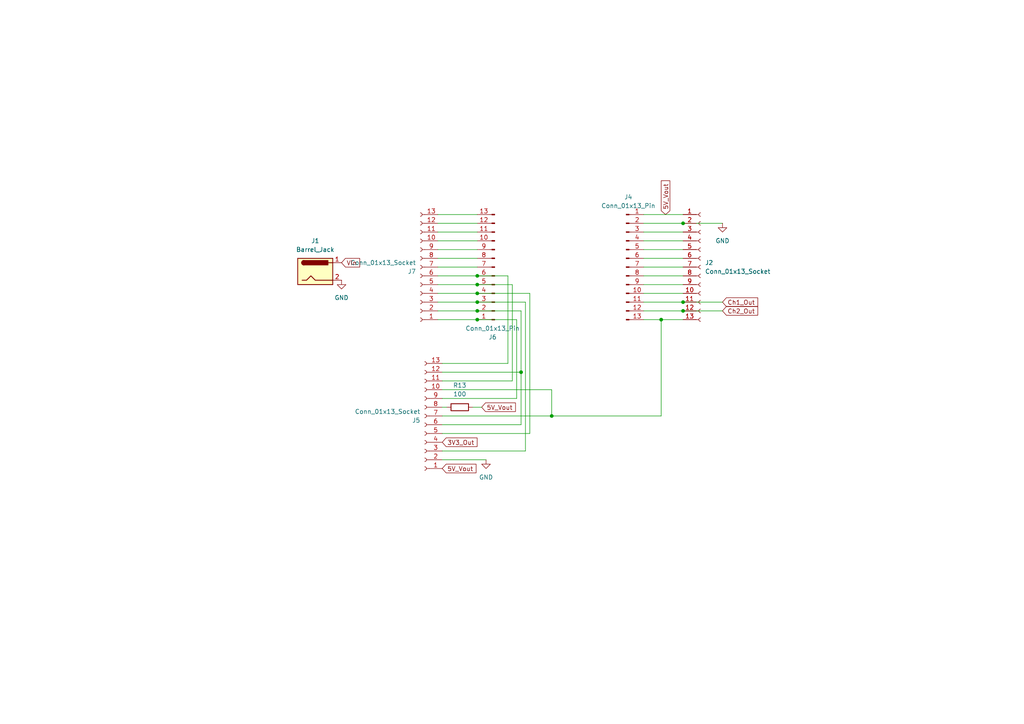
<source format=kicad_sch>
(kicad_sch
	(version 20231120)
	(generator "eeschema")
	(generator_version "8.0")
	(uuid "2b48473d-b946-49e8-931a-f605763a6d81")
	(paper "A4")
	(lib_symbols
		(symbol "Connector:Barrel_Jack"
			(pin_names
				(offset 1.016)
			)
			(exclude_from_sim no)
			(in_bom yes)
			(on_board yes)
			(property "Reference" "J"
				(at 0 5.334 0)
				(effects
					(font
						(size 1.27 1.27)
					)
				)
			)
			(property "Value" "Barrel_Jack"
				(at 0 -5.08 0)
				(effects
					(font
						(size 1.27 1.27)
					)
				)
			)
			(property "Footprint" ""
				(at 1.27 -1.016 0)
				(effects
					(font
						(size 1.27 1.27)
					)
					(hide yes)
				)
			)
			(property "Datasheet" "~"
				(at 1.27 -1.016 0)
				(effects
					(font
						(size 1.27 1.27)
					)
					(hide yes)
				)
			)
			(property "Description" "DC Barrel Jack"
				(at 0 0 0)
				(effects
					(font
						(size 1.27 1.27)
					)
					(hide yes)
				)
			)
			(property "ki_keywords" "DC power barrel jack connector"
				(at 0 0 0)
				(effects
					(font
						(size 1.27 1.27)
					)
					(hide yes)
				)
			)
			(property "ki_fp_filters" "BarrelJack*"
				(at 0 0 0)
				(effects
					(font
						(size 1.27 1.27)
					)
					(hide yes)
				)
			)
			(symbol "Barrel_Jack_0_1"
				(rectangle
					(start -5.08 3.81)
					(end 5.08 -3.81)
					(stroke
						(width 0.254)
						(type default)
					)
					(fill
						(type background)
					)
				)
				(arc
					(start -3.302 3.175)
					(mid -3.9343 2.54)
					(end -3.302 1.905)
					(stroke
						(width 0.254)
						(type default)
					)
					(fill
						(type none)
					)
				)
				(arc
					(start -3.302 3.175)
					(mid -3.9343 2.54)
					(end -3.302 1.905)
					(stroke
						(width 0.254)
						(type default)
					)
					(fill
						(type outline)
					)
				)
				(polyline
					(pts
						(xy 5.08 2.54) (xy 3.81 2.54)
					)
					(stroke
						(width 0.254)
						(type default)
					)
					(fill
						(type none)
					)
				)
				(polyline
					(pts
						(xy -3.81 -2.54) (xy -2.54 -2.54) (xy -1.27 -1.27) (xy 0 -2.54) (xy 2.54 -2.54) (xy 5.08 -2.54)
					)
					(stroke
						(width 0.254)
						(type default)
					)
					(fill
						(type none)
					)
				)
				(rectangle
					(start 3.683 3.175)
					(end -3.302 1.905)
					(stroke
						(width 0.254)
						(type default)
					)
					(fill
						(type outline)
					)
				)
			)
			(symbol "Barrel_Jack_1_1"
				(pin passive line
					(at 7.62 2.54 180)
					(length 2.54)
					(name "~"
						(effects
							(font
								(size 1.27 1.27)
							)
						)
					)
					(number "1"
						(effects
							(font
								(size 1.27 1.27)
							)
						)
					)
				)
				(pin passive line
					(at 7.62 -2.54 180)
					(length 2.54)
					(name "~"
						(effects
							(font
								(size 1.27 1.27)
							)
						)
					)
					(number "2"
						(effects
							(font
								(size 1.27 1.27)
							)
						)
					)
				)
			)
		)
		(symbol "Connector:Conn_01x13_Pin"
			(pin_names
				(offset 1.016) hide)
			(exclude_from_sim no)
			(in_bom yes)
			(on_board yes)
			(property "Reference" "J"
				(at 0 17.78 0)
				(effects
					(font
						(size 1.27 1.27)
					)
				)
			)
			(property "Value" "Conn_01x13_Pin"
				(at 0 -17.78 0)
				(effects
					(font
						(size 1.27 1.27)
					)
				)
			)
			(property "Footprint" ""
				(at 0 0 0)
				(effects
					(font
						(size 1.27 1.27)
					)
					(hide yes)
				)
			)
			(property "Datasheet" "~"
				(at 0 0 0)
				(effects
					(font
						(size 1.27 1.27)
					)
					(hide yes)
				)
			)
			(property "Description" "Generic connector, single row, 01x13, script generated"
				(at 0 0 0)
				(effects
					(font
						(size 1.27 1.27)
					)
					(hide yes)
				)
			)
			(property "ki_locked" ""
				(at 0 0 0)
				(effects
					(font
						(size 1.27 1.27)
					)
				)
			)
			(property "ki_keywords" "connector"
				(at 0 0 0)
				(effects
					(font
						(size 1.27 1.27)
					)
					(hide yes)
				)
			)
			(property "ki_fp_filters" "Connector*:*_1x??_*"
				(at 0 0 0)
				(effects
					(font
						(size 1.27 1.27)
					)
					(hide yes)
				)
			)
			(symbol "Conn_01x13_Pin_1_1"
				(polyline
					(pts
						(xy 1.27 -15.24) (xy 0.8636 -15.24)
					)
					(stroke
						(width 0.1524)
						(type default)
					)
					(fill
						(type none)
					)
				)
				(polyline
					(pts
						(xy 1.27 -12.7) (xy 0.8636 -12.7)
					)
					(stroke
						(width 0.1524)
						(type default)
					)
					(fill
						(type none)
					)
				)
				(polyline
					(pts
						(xy 1.27 -10.16) (xy 0.8636 -10.16)
					)
					(stroke
						(width 0.1524)
						(type default)
					)
					(fill
						(type none)
					)
				)
				(polyline
					(pts
						(xy 1.27 -7.62) (xy 0.8636 -7.62)
					)
					(stroke
						(width 0.1524)
						(type default)
					)
					(fill
						(type none)
					)
				)
				(polyline
					(pts
						(xy 1.27 -5.08) (xy 0.8636 -5.08)
					)
					(stroke
						(width 0.1524)
						(type default)
					)
					(fill
						(type none)
					)
				)
				(polyline
					(pts
						(xy 1.27 -2.54) (xy 0.8636 -2.54)
					)
					(stroke
						(width 0.1524)
						(type default)
					)
					(fill
						(type none)
					)
				)
				(polyline
					(pts
						(xy 1.27 0) (xy 0.8636 0)
					)
					(stroke
						(width 0.1524)
						(type default)
					)
					(fill
						(type none)
					)
				)
				(polyline
					(pts
						(xy 1.27 2.54) (xy 0.8636 2.54)
					)
					(stroke
						(width 0.1524)
						(type default)
					)
					(fill
						(type none)
					)
				)
				(polyline
					(pts
						(xy 1.27 5.08) (xy 0.8636 5.08)
					)
					(stroke
						(width 0.1524)
						(type default)
					)
					(fill
						(type none)
					)
				)
				(polyline
					(pts
						(xy 1.27 7.62) (xy 0.8636 7.62)
					)
					(stroke
						(width 0.1524)
						(type default)
					)
					(fill
						(type none)
					)
				)
				(polyline
					(pts
						(xy 1.27 10.16) (xy 0.8636 10.16)
					)
					(stroke
						(width 0.1524)
						(type default)
					)
					(fill
						(type none)
					)
				)
				(polyline
					(pts
						(xy 1.27 12.7) (xy 0.8636 12.7)
					)
					(stroke
						(width 0.1524)
						(type default)
					)
					(fill
						(type none)
					)
				)
				(polyline
					(pts
						(xy 1.27 15.24) (xy 0.8636 15.24)
					)
					(stroke
						(width 0.1524)
						(type default)
					)
					(fill
						(type none)
					)
				)
				(rectangle
					(start 0.8636 -15.113)
					(end 0 -15.367)
					(stroke
						(width 0.1524)
						(type default)
					)
					(fill
						(type outline)
					)
				)
				(rectangle
					(start 0.8636 -12.573)
					(end 0 -12.827)
					(stroke
						(width 0.1524)
						(type default)
					)
					(fill
						(type outline)
					)
				)
				(rectangle
					(start 0.8636 -10.033)
					(end 0 -10.287)
					(stroke
						(width 0.1524)
						(type default)
					)
					(fill
						(type outline)
					)
				)
				(rectangle
					(start 0.8636 -7.493)
					(end 0 -7.747)
					(stroke
						(width 0.1524)
						(type default)
					)
					(fill
						(type outline)
					)
				)
				(rectangle
					(start 0.8636 -4.953)
					(end 0 -5.207)
					(stroke
						(width 0.1524)
						(type default)
					)
					(fill
						(type outline)
					)
				)
				(rectangle
					(start 0.8636 -2.413)
					(end 0 -2.667)
					(stroke
						(width 0.1524)
						(type default)
					)
					(fill
						(type outline)
					)
				)
				(rectangle
					(start 0.8636 0.127)
					(end 0 -0.127)
					(stroke
						(width 0.1524)
						(type default)
					)
					(fill
						(type outline)
					)
				)
				(rectangle
					(start 0.8636 2.667)
					(end 0 2.413)
					(stroke
						(width 0.1524)
						(type default)
					)
					(fill
						(type outline)
					)
				)
				(rectangle
					(start 0.8636 5.207)
					(end 0 4.953)
					(stroke
						(width 0.1524)
						(type default)
					)
					(fill
						(type outline)
					)
				)
				(rectangle
					(start 0.8636 7.747)
					(end 0 7.493)
					(stroke
						(width 0.1524)
						(type default)
					)
					(fill
						(type outline)
					)
				)
				(rectangle
					(start 0.8636 10.287)
					(end 0 10.033)
					(stroke
						(width 0.1524)
						(type default)
					)
					(fill
						(type outline)
					)
				)
				(rectangle
					(start 0.8636 12.827)
					(end 0 12.573)
					(stroke
						(width 0.1524)
						(type default)
					)
					(fill
						(type outline)
					)
				)
				(rectangle
					(start 0.8636 15.367)
					(end 0 15.113)
					(stroke
						(width 0.1524)
						(type default)
					)
					(fill
						(type outline)
					)
				)
				(pin passive line
					(at 5.08 15.24 180)
					(length 3.81)
					(name "Pin_1"
						(effects
							(font
								(size 1.27 1.27)
							)
						)
					)
					(number "1"
						(effects
							(font
								(size 1.27 1.27)
							)
						)
					)
				)
				(pin passive line
					(at 5.08 -7.62 180)
					(length 3.81)
					(name "Pin_10"
						(effects
							(font
								(size 1.27 1.27)
							)
						)
					)
					(number "10"
						(effects
							(font
								(size 1.27 1.27)
							)
						)
					)
				)
				(pin passive line
					(at 5.08 -10.16 180)
					(length 3.81)
					(name "Pin_11"
						(effects
							(font
								(size 1.27 1.27)
							)
						)
					)
					(number "11"
						(effects
							(font
								(size 1.27 1.27)
							)
						)
					)
				)
				(pin passive line
					(at 5.08 -12.7 180)
					(length 3.81)
					(name "Pin_12"
						(effects
							(font
								(size 1.27 1.27)
							)
						)
					)
					(number "12"
						(effects
							(font
								(size 1.27 1.27)
							)
						)
					)
				)
				(pin passive line
					(at 5.08 -15.24 180)
					(length 3.81)
					(name "Pin_13"
						(effects
							(font
								(size 1.27 1.27)
							)
						)
					)
					(number "13"
						(effects
							(font
								(size 1.27 1.27)
							)
						)
					)
				)
				(pin passive line
					(at 5.08 12.7 180)
					(length 3.81)
					(name "Pin_2"
						(effects
							(font
								(size 1.27 1.27)
							)
						)
					)
					(number "2"
						(effects
							(font
								(size 1.27 1.27)
							)
						)
					)
				)
				(pin passive line
					(at 5.08 10.16 180)
					(length 3.81)
					(name "Pin_3"
						(effects
							(font
								(size 1.27 1.27)
							)
						)
					)
					(number "3"
						(effects
							(font
								(size 1.27 1.27)
							)
						)
					)
				)
				(pin passive line
					(at 5.08 7.62 180)
					(length 3.81)
					(name "Pin_4"
						(effects
							(font
								(size 1.27 1.27)
							)
						)
					)
					(number "4"
						(effects
							(font
								(size 1.27 1.27)
							)
						)
					)
				)
				(pin passive line
					(at 5.08 5.08 180)
					(length 3.81)
					(name "Pin_5"
						(effects
							(font
								(size 1.27 1.27)
							)
						)
					)
					(number "5"
						(effects
							(font
								(size 1.27 1.27)
							)
						)
					)
				)
				(pin passive line
					(at 5.08 2.54 180)
					(length 3.81)
					(name "Pin_6"
						(effects
							(font
								(size 1.27 1.27)
							)
						)
					)
					(number "6"
						(effects
							(font
								(size 1.27 1.27)
							)
						)
					)
				)
				(pin passive line
					(at 5.08 0 180)
					(length 3.81)
					(name "Pin_7"
						(effects
							(font
								(size 1.27 1.27)
							)
						)
					)
					(number "7"
						(effects
							(font
								(size 1.27 1.27)
							)
						)
					)
				)
				(pin passive line
					(at 5.08 -2.54 180)
					(length 3.81)
					(name "Pin_8"
						(effects
							(font
								(size 1.27 1.27)
							)
						)
					)
					(number "8"
						(effects
							(font
								(size 1.27 1.27)
							)
						)
					)
				)
				(pin passive line
					(at 5.08 -5.08 180)
					(length 3.81)
					(name "Pin_9"
						(effects
							(font
								(size 1.27 1.27)
							)
						)
					)
					(number "9"
						(effects
							(font
								(size 1.27 1.27)
							)
						)
					)
				)
			)
		)
		(symbol "Connector:Conn_01x13_Socket"
			(pin_names
				(offset 1.016) hide)
			(exclude_from_sim no)
			(in_bom yes)
			(on_board yes)
			(property "Reference" "J"
				(at 0 17.78 0)
				(effects
					(font
						(size 1.27 1.27)
					)
				)
			)
			(property "Value" "Conn_01x13_Socket"
				(at 0 -17.78 0)
				(effects
					(font
						(size 1.27 1.27)
					)
				)
			)
			(property "Footprint" ""
				(at 0 0 0)
				(effects
					(font
						(size 1.27 1.27)
					)
					(hide yes)
				)
			)
			(property "Datasheet" "~"
				(at 0 0 0)
				(effects
					(font
						(size 1.27 1.27)
					)
					(hide yes)
				)
			)
			(property "Description" "Generic connector, single row, 01x13, script generated"
				(at 0 0 0)
				(effects
					(font
						(size 1.27 1.27)
					)
					(hide yes)
				)
			)
			(property "ki_locked" ""
				(at 0 0 0)
				(effects
					(font
						(size 1.27 1.27)
					)
				)
			)
			(property "ki_keywords" "connector"
				(at 0 0 0)
				(effects
					(font
						(size 1.27 1.27)
					)
					(hide yes)
				)
			)
			(property "ki_fp_filters" "Connector*:*_1x??_*"
				(at 0 0 0)
				(effects
					(font
						(size 1.27 1.27)
					)
					(hide yes)
				)
			)
			(symbol "Conn_01x13_Socket_1_1"
				(arc
					(start 0 -14.732)
					(mid -0.5058 -15.24)
					(end 0 -15.748)
					(stroke
						(width 0.1524)
						(type default)
					)
					(fill
						(type none)
					)
				)
				(arc
					(start 0 -12.192)
					(mid -0.5058 -12.7)
					(end 0 -13.208)
					(stroke
						(width 0.1524)
						(type default)
					)
					(fill
						(type none)
					)
				)
				(arc
					(start 0 -9.652)
					(mid -0.5058 -10.16)
					(end 0 -10.668)
					(stroke
						(width 0.1524)
						(type default)
					)
					(fill
						(type none)
					)
				)
				(arc
					(start 0 -7.112)
					(mid -0.5058 -7.62)
					(end 0 -8.128)
					(stroke
						(width 0.1524)
						(type default)
					)
					(fill
						(type none)
					)
				)
				(arc
					(start 0 -4.572)
					(mid -0.5058 -5.08)
					(end 0 -5.588)
					(stroke
						(width 0.1524)
						(type default)
					)
					(fill
						(type none)
					)
				)
				(arc
					(start 0 -2.032)
					(mid -0.5058 -2.54)
					(end 0 -3.048)
					(stroke
						(width 0.1524)
						(type default)
					)
					(fill
						(type none)
					)
				)
				(polyline
					(pts
						(xy -1.27 -15.24) (xy -0.508 -15.24)
					)
					(stroke
						(width 0.1524)
						(type default)
					)
					(fill
						(type none)
					)
				)
				(polyline
					(pts
						(xy -1.27 -12.7) (xy -0.508 -12.7)
					)
					(stroke
						(width 0.1524)
						(type default)
					)
					(fill
						(type none)
					)
				)
				(polyline
					(pts
						(xy -1.27 -10.16) (xy -0.508 -10.16)
					)
					(stroke
						(width 0.1524)
						(type default)
					)
					(fill
						(type none)
					)
				)
				(polyline
					(pts
						(xy -1.27 -7.62) (xy -0.508 -7.62)
					)
					(stroke
						(width 0.1524)
						(type default)
					)
					(fill
						(type none)
					)
				)
				(polyline
					(pts
						(xy -1.27 -5.08) (xy -0.508 -5.08)
					)
					(stroke
						(width 0.1524)
						(type default)
					)
					(fill
						(type none)
					)
				)
				(polyline
					(pts
						(xy -1.27 -2.54) (xy -0.508 -2.54)
					)
					(stroke
						(width 0.1524)
						(type default)
					)
					(fill
						(type none)
					)
				)
				(polyline
					(pts
						(xy -1.27 0) (xy -0.508 0)
					)
					(stroke
						(width 0.1524)
						(type default)
					)
					(fill
						(type none)
					)
				)
				(polyline
					(pts
						(xy -1.27 2.54) (xy -0.508 2.54)
					)
					(stroke
						(width 0.1524)
						(type default)
					)
					(fill
						(type none)
					)
				)
				(polyline
					(pts
						(xy -1.27 5.08) (xy -0.508 5.08)
					)
					(stroke
						(width 0.1524)
						(type default)
					)
					(fill
						(type none)
					)
				)
				(polyline
					(pts
						(xy -1.27 7.62) (xy -0.508 7.62)
					)
					(stroke
						(width 0.1524)
						(type default)
					)
					(fill
						(type none)
					)
				)
				(polyline
					(pts
						(xy -1.27 10.16) (xy -0.508 10.16)
					)
					(stroke
						(width 0.1524)
						(type default)
					)
					(fill
						(type none)
					)
				)
				(polyline
					(pts
						(xy -1.27 12.7) (xy -0.508 12.7)
					)
					(stroke
						(width 0.1524)
						(type default)
					)
					(fill
						(type none)
					)
				)
				(polyline
					(pts
						(xy -1.27 15.24) (xy -0.508 15.24)
					)
					(stroke
						(width 0.1524)
						(type default)
					)
					(fill
						(type none)
					)
				)
				(arc
					(start 0 0.508)
					(mid -0.5058 0)
					(end 0 -0.508)
					(stroke
						(width 0.1524)
						(type default)
					)
					(fill
						(type none)
					)
				)
				(arc
					(start 0 3.048)
					(mid -0.5058 2.54)
					(end 0 2.032)
					(stroke
						(width 0.1524)
						(type default)
					)
					(fill
						(type none)
					)
				)
				(arc
					(start 0 5.588)
					(mid -0.5058 5.08)
					(end 0 4.572)
					(stroke
						(width 0.1524)
						(type default)
					)
					(fill
						(type none)
					)
				)
				(arc
					(start 0 8.128)
					(mid -0.5058 7.62)
					(end 0 7.112)
					(stroke
						(width 0.1524)
						(type default)
					)
					(fill
						(type none)
					)
				)
				(arc
					(start 0 10.668)
					(mid -0.5058 10.16)
					(end 0 9.652)
					(stroke
						(width 0.1524)
						(type default)
					)
					(fill
						(type none)
					)
				)
				(arc
					(start 0 13.208)
					(mid -0.5058 12.7)
					(end 0 12.192)
					(stroke
						(width 0.1524)
						(type default)
					)
					(fill
						(type none)
					)
				)
				(arc
					(start 0 15.748)
					(mid -0.5058 15.24)
					(end 0 14.732)
					(stroke
						(width 0.1524)
						(type default)
					)
					(fill
						(type none)
					)
				)
				(pin passive line
					(at -5.08 15.24 0)
					(length 3.81)
					(name "Pin_1"
						(effects
							(font
								(size 1.27 1.27)
							)
						)
					)
					(number "1"
						(effects
							(font
								(size 1.27 1.27)
							)
						)
					)
				)
				(pin passive line
					(at -5.08 -7.62 0)
					(length 3.81)
					(name "Pin_10"
						(effects
							(font
								(size 1.27 1.27)
							)
						)
					)
					(number "10"
						(effects
							(font
								(size 1.27 1.27)
							)
						)
					)
				)
				(pin passive line
					(at -5.08 -10.16 0)
					(length 3.81)
					(name "Pin_11"
						(effects
							(font
								(size 1.27 1.27)
							)
						)
					)
					(number "11"
						(effects
							(font
								(size 1.27 1.27)
							)
						)
					)
				)
				(pin passive line
					(at -5.08 -12.7 0)
					(length 3.81)
					(name "Pin_12"
						(effects
							(font
								(size 1.27 1.27)
							)
						)
					)
					(number "12"
						(effects
							(font
								(size 1.27 1.27)
							)
						)
					)
				)
				(pin passive line
					(at -5.08 -15.24 0)
					(length 3.81)
					(name "Pin_13"
						(effects
							(font
								(size 1.27 1.27)
							)
						)
					)
					(number "13"
						(effects
							(font
								(size 1.27 1.27)
							)
						)
					)
				)
				(pin passive line
					(at -5.08 12.7 0)
					(length 3.81)
					(name "Pin_2"
						(effects
							(font
								(size 1.27 1.27)
							)
						)
					)
					(number "2"
						(effects
							(font
								(size 1.27 1.27)
							)
						)
					)
				)
				(pin passive line
					(at -5.08 10.16 0)
					(length 3.81)
					(name "Pin_3"
						(effects
							(font
								(size 1.27 1.27)
							)
						)
					)
					(number "3"
						(effects
							(font
								(size 1.27 1.27)
							)
						)
					)
				)
				(pin passive line
					(at -5.08 7.62 0)
					(length 3.81)
					(name "Pin_4"
						(effects
							(font
								(size 1.27 1.27)
							)
						)
					)
					(number "4"
						(effects
							(font
								(size 1.27 1.27)
							)
						)
					)
				)
				(pin passive line
					(at -5.08 5.08 0)
					(length 3.81)
					(name "Pin_5"
						(effects
							(font
								(size 1.27 1.27)
							)
						)
					)
					(number "5"
						(effects
							(font
								(size 1.27 1.27)
							)
						)
					)
				)
				(pin passive line
					(at -5.08 2.54 0)
					(length 3.81)
					(name "Pin_6"
						(effects
							(font
								(size 1.27 1.27)
							)
						)
					)
					(number "6"
						(effects
							(font
								(size 1.27 1.27)
							)
						)
					)
				)
				(pin passive line
					(at -5.08 0 0)
					(length 3.81)
					(name "Pin_7"
						(effects
							(font
								(size 1.27 1.27)
							)
						)
					)
					(number "7"
						(effects
							(font
								(size 1.27 1.27)
							)
						)
					)
				)
				(pin passive line
					(at -5.08 -2.54 0)
					(length 3.81)
					(name "Pin_8"
						(effects
							(font
								(size 1.27 1.27)
							)
						)
					)
					(number "8"
						(effects
							(font
								(size 1.27 1.27)
							)
						)
					)
				)
				(pin passive line
					(at -5.08 -5.08 0)
					(length 3.81)
					(name "Pin_9"
						(effects
							(font
								(size 1.27 1.27)
							)
						)
					)
					(number "9"
						(effects
							(font
								(size 1.27 1.27)
							)
						)
					)
				)
			)
		)
		(symbol "Device:R"
			(pin_numbers hide)
			(pin_names
				(offset 0)
			)
			(exclude_from_sim no)
			(in_bom yes)
			(on_board yes)
			(property "Reference" "R"
				(at 2.032 0 90)
				(effects
					(font
						(size 1.27 1.27)
					)
				)
			)
			(property "Value" "R"
				(at 0 0 90)
				(effects
					(font
						(size 1.27 1.27)
					)
				)
			)
			(property "Footprint" ""
				(at -1.778 0 90)
				(effects
					(font
						(size 1.27 1.27)
					)
					(hide yes)
				)
			)
			(property "Datasheet" "~"
				(at 0 0 0)
				(effects
					(font
						(size 1.27 1.27)
					)
					(hide yes)
				)
			)
			(property "Description" "Resistor"
				(at 0 0 0)
				(effects
					(font
						(size 1.27 1.27)
					)
					(hide yes)
				)
			)
			(property "ki_keywords" "R res resistor"
				(at 0 0 0)
				(effects
					(font
						(size 1.27 1.27)
					)
					(hide yes)
				)
			)
			(property "ki_fp_filters" "R_*"
				(at 0 0 0)
				(effects
					(font
						(size 1.27 1.27)
					)
					(hide yes)
				)
			)
			(symbol "R_0_1"
				(rectangle
					(start -1.016 -2.54)
					(end 1.016 2.54)
					(stroke
						(width 0.254)
						(type default)
					)
					(fill
						(type none)
					)
				)
			)
			(symbol "R_1_1"
				(pin passive line
					(at 0 3.81 270)
					(length 1.27)
					(name "~"
						(effects
							(font
								(size 1.27 1.27)
							)
						)
					)
					(number "1"
						(effects
							(font
								(size 1.27 1.27)
							)
						)
					)
				)
				(pin passive line
					(at 0 -3.81 90)
					(length 1.27)
					(name "~"
						(effects
							(font
								(size 1.27 1.27)
							)
						)
					)
					(number "2"
						(effects
							(font
								(size 1.27 1.27)
							)
						)
					)
				)
			)
		)
		(symbol "power:GND"
			(power)
			(pin_numbers hide)
			(pin_names
				(offset 0) hide)
			(exclude_from_sim no)
			(in_bom yes)
			(on_board yes)
			(property "Reference" "#PWR"
				(at 0 -6.35 0)
				(effects
					(font
						(size 1.27 1.27)
					)
					(hide yes)
				)
			)
			(property "Value" "GND"
				(at 0 -3.81 0)
				(effects
					(font
						(size 1.27 1.27)
					)
				)
			)
			(property "Footprint" ""
				(at 0 0 0)
				(effects
					(font
						(size 1.27 1.27)
					)
					(hide yes)
				)
			)
			(property "Datasheet" ""
				(at 0 0 0)
				(effects
					(font
						(size 1.27 1.27)
					)
					(hide yes)
				)
			)
			(property "Description" "Power symbol creates a global label with name \"GND\" , ground"
				(at 0 0 0)
				(effects
					(font
						(size 1.27 1.27)
					)
					(hide yes)
				)
			)
			(property "ki_keywords" "global power"
				(at 0 0 0)
				(effects
					(font
						(size 1.27 1.27)
					)
					(hide yes)
				)
			)
			(symbol "GND_0_1"
				(polyline
					(pts
						(xy 0 0) (xy 0 -1.27) (xy 1.27 -1.27) (xy 0 -2.54) (xy -1.27 -1.27) (xy 0 -1.27)
					)
					(stroke
						(width 0)
						(type default)
					)
					(fill
						(type none)
					)
				)
			)
			(symbol "GND_1_1"
				(pin power_in line
					(at 0 0 270)
					(length 0)
					(name "~"
						(effects
							(font
								(size 1.27 1.27)
							)
						)
					)
					(number "1"
						(effects
							(font
								(size 1.27 1.27)
							)
						)
					)
				)
			)
		)
	)
	(junction
		(at 138.43 87.63)
		(diameter 0)
		(color 0 0 0 0)
		(uuid "03572d06-3ffa-42d4-8e75-54ca01a285e4")
	)
	(junction
		(at 151.13 107.95)
		(diameter 0)
		(color 0 0 0 0)
		(uuid "375ae8c6-19c1-40a8-b08d-8301e8843c44")
	)
	(junction
		(at 191.77 92.71)
		(diameter 0)
		(color 0 0 0 0)
		(uuid "3de00761-049b-4170-87d5-153328fd09c0")
	)
	(junction
		(at 138.43 85.09)
		(diameter 0)
		(color 0 0 0 0)
		(uuid "4465f3f3-7a42-4bf8-87d9-ab356dd900c5")
	)
	(junction
		(at 138.43 82.55)
		(diameter 0)
		(color 0 0 0 0)
		(uuid "5cae3fea-0624-40a2-831f-5f993f758cd6")
	)
	(junction
		(at 138.43 92.71)
		(diameter 0)
		(color 0 0 0 0)
		(uuid "6b0cba00-7f45-4deb-9077-dc5cbfc9abe4")
	)
	(junction
		(at 198.12 90.17)
		(diameter 0)
		(color 0 0 0 0)
		(uuid "72900d5d-b4ff-41e8-ab86-7b0d1492c98f")
	)
	(junction
		(at 160.02 120.65)
		(diameter 0)
		(color 0 0 0 0)
		(uuid "86f45403-01b6-4c0c-8399-e9d8cf5e2196")
	)
	(junction
		(at 138.43 90.17)
		(diameter 0)
		(color 0 0 0 0)
		(uuid "89d52eea-4503-409e-bdd8-cd3bf7a13f48")
	)
	(junction
		(at 198.12 87.63)
		(diameter 0)
		(color 0 0 0 0)
		(uuid "95e961aa-41bb-4bb8-b00a-92b0f2177a41")
	)
	(junction
		(at 198.12 64.77)
		(diameter 0)
		(color 0 0 0 0)
		(uuid "973bc007-5f8d-4986-a007-3f7a1b37eb27")
	)
	(junction
		(at 138.43 80.01)
		(diameter 0)
		(color 0 0 0 0)
		(uuid "c2ae7bc1-7b75-4427-92cd-29d81adc53c7")
	)
	(wire
		(pts
			(xy 138.43 85.09) (xy 153.67 85.09)
		)
		(stroke
			(width 0)
			(type default)
		)
		(uuid "0181bbbe-252f-473c-8ef3-21a19ce18e96")
	)
	(wire
		(pts
			(xy 149.86 115.57) (xy 149.86 92.71)
		)
		(stroke
			(width 0)
			(type default)
		)
		(uuid "08d88f40-6bf0-4af6-906e-a94167560b4c")
	)
	(wire
		(pts
			(xy 128.27 107.95) (xy 151.13 107.95)
		)
		(stroke
			(width 0)
			(type default)
		)
		(uuid "0adaa91f-daf4-49ce-ad7c-dc697147d6e7")
	)
	(wire
		(pts
			(xy 186.69 80.01) (xy 198.12 80.01)
		)
		(stroke
			(width 0)
			(type default)
		)
		(uuid "1358dc58-ef9b-4b25-8a4c-4ac1ae87a4be")
	)
	(wire
		(pts
			(xy 137.16 118.11) (xy 139.7 118.11)
		)
		(stroke
			(width 0)
			(type default)
		)
		(uuid "1419700a-c4e4-4252-9a28-a6dcb402fab1")
	)
	(wire
		(pts
			(xy 138.43 69.85) (xy 127 69.85)
		)
		(stroke
			(width 0)
			(type default)
		)
		(uuid "15647e3b-1d8e-481a-a0b6-cdf226a2ea9f")
	)
	(wire
		(pts
			(xy 148.59 110.49) (xy 148.59 82.55)
		)
		(stroke
			(width 0)
			(type default)
		)
		(uuid "19606888-b474-4f47-87e0-ac0f1c86d9b7")
	)
	(wire
		(pts
			(xy 186.69 92.71) (xy 191.77 92.71)
		)
		(stroke
			(width 0)
			(type default)
		)
		(uuid "1d6b41db-e37d-4c87-8ac5-001b71ea37d3")
	)
	(wire
		(pts
			(xy 186.69 90.17) (xy 198.12 90.17)
		)
		(stroke
			(width 0)
			(type default)
		)
		(uuid "2019d89b-fc83-418a-b672-4af4f262358e")
	)
	(wire
		(pts
			(xy 138.43 87.63) (xy 152.4 87.63)
		)
		(stroke
			(width 0)
			(type default)
		)
		(uuid "224cf14f-5013-41ec-987d-2cbc3ef54f97")
	)
	(wire
		(pts
			(xy 186.69 77.47) (xy 198.12 77.47)
		)
		(stroke
			(width 0)
			(type default)
		)
		(uuid "22904e2d-3aca-4a38-8d56-905a80d7116a")
	)
	(wire
		(pts
			(xy 128.27 125.73) (xy 153.67 125.73)
		)
		(stroke
			(width 0)
			(type default)
		)
		(uuid "234f7f41-170a-443c-8339-35d2d3e23f38")
	)
	(wire
		(pts
			(xy 186.69 87.63) (xy 198.12 87.63)
		)
		(stroke
			(width 0)
			(type default)
		)
		(uuid "26417044-c000-4e41-b41d-5b36c5afc0f6")
	)
	(wire
		(pts
			(xy 138.43 77.47) (xy 127 77.47)
		)
		(stroke
			(width 0)
			(type default)
		)
		(uuid "2733f029-b7c5-4558-80b4-73574b5a5a99")
	)
	(wire
		(pts
			(xy 191.77 120.65) (xy 191.77 92.71)
		)
		(stroke
			(width 0)
			(type default)
		)
		(uuid "299d0814-9f37-47f1-8a8f-7300c03fe6e3")
	)
	(wire
		(pts
			(xy 127 80.01) (xy 138.43 80.01)
		)
		(stroke
			(width 0)
			(type default)
		)
		(uuid "2a4ff753-9b24-47b3-890e-1f0b3bec3706")
	)
	(wire
		(pts
			(xy 147.32 105.41) (xy 147.32 80.01)
		)
		(stroke
			(width 0)
			(type default)
		)
		(uuid "2a8a6acf-02bd-4960-8a23-d298c7c7202c")
	)
	(wire
		(pts
			(xy 186.69 72.39) (xy 198.12 72.39)
		)
		(stroke
			(width 0)
			(type default)
		)
		(uuid "300781de-d19b-4153-a120-d4d9622385b6")
	)
	(wire
		(pts
			(xy 186.69 62.23) (xy 198.12 62.23)
		)
		(stroke
			(width 0)
			(type default)
		)
		(uuid "325ed04a-a37c-4877-a08d-d9ddf9c2ad2d")
	)
	(wire
		(pts
			(xy 128.27 113.03) (xy 160.02 113.03)
		)
		(stroke
			(width 0)
			(type default)
		)
		(uuid "3e83235a-2201-4216-a5e9-a21b70951ade")
	)
	(wire
		(pts
			(xy 138.43 67.31) (xy 127 67.31)
		)
		(stroke
			(width 0)
			(type default)
		)
		(uuid "3f76492c-efa3-4015-bf6f-219c21b25b97")
	)
	(wire
		(pts
			(xy 127 92.71) (xy 138.43 92.71)
		)
		(stroke
			(width 0)
			(type default)
		)
		(uuid "46b44b99-e525-4303-b2bf-85c15ebff8f9")
	)
	(wire
		(pts
			(xy 160.02 120.65) (xy 191.77 120.65)
		)
		(stroke
			(width 0)
			(type default)
		)
		(uuid "4c49f635-f3a9-4d33-a3a5-293d803401ab")
	)
	(wire
		(pts
			(xy 128.27 123.19) (xy 151.13 123.19)
		)
		(stroke
			(width 0)
			(type default)
		)
		(uuid "54d49f2c-ddfd-4b1a-a21b-c3ff59878fc4")
	)
	(wire
		(pts
			(xy 138.43 90.17) (xy 127 90.17)
		)
		(stroke
			(width 0)
			(type default)
		)
		(uuid "55e23f1b-d830-481f-a9f0-af560a044552")
	)
	(wire
		(pts
			(xy 186.69 74.93) (xy 198.12 74.93)
		)
		(stroke
			(width 0)
			(type default)
		)
		(uuid "5b4fdbc2-175e-45a3-b523-9bf20edfa45b")
	)
	(wire
		(pts
			(xy 152.4 130.81) (xy 128.27 130.81)
		)
		(stroke
			(width 0)
			(type default)
		)
		(uuid "6082b367-c1b7-42b2-8401-6cca8147f4a5")
	)
	(wire
		(pts
			(xy 148.59 82.55) (xy 138.43 82.55)
		)
		(stroke
			(width 0)
			(type default)
		)
		(uuid "646161e0-9d26-48ee-96d9-6adbf16a4878")
	)
	(wire
		(pts
			(xy 128.27 120.65) (xy 160.02 120.65)
		)
		(stroke
			(width 0)
			(type default)
		)
		(uuid "653800d6-e10b-4a88-aa9c-7fdbfb9d96de")
	)
	(wire
		(pts
			(xy 128.27 110.49) (xy 148.59 110.49)
		)
		(stroke
			(width 0)
			(type default)
		)
		(uuid "661f1082-7abd-4baf-a309-dfc24112061a")
	)
	(wire
		(pts
			(xy 152.4 87.63) (xy 152.4 130.81)
		)
		(stroke
			(width 0)
			(type default)
		)
		(uuid "6710d2a7-cfc2-464c-9008-87b59d2c09dd")
	)
	(wire
		(pts
			(xy 186.69 85.09) (xy 198.12 85.09)
		)
		(stroke
			(width 0)
			(type default)
		)
		(uuid "73a05726-db7a-4482-8adf-4b8edfa01151")
	)
	(wire
		(pts
			(xy 151.13 90.17) (xy 138.43 90.17)
		)
		(stroke
			(width 0)
			(type default)
		)
		(uuid "747dacbb-ab1f-408b-a888-6fb6f4f0324e")
	)
	(wire
		(pts
			(xy 127 85.09) (xy 138.43 85.09)
		)
		(stroke
			(width 0)
			(type default)
		)
		(uuid "7f71a4a6-9ff2-4bdc-b681-e3bb36cb9fa2")
	)
	(wire
		(pts
			(xy 151.13 123.19) (xy 151.13 107.95)
		)
		(stroke
			(width 0)
			(type default)
		)
		(uuid "7f7761c8-2c80-47bf-a453-b238dfa191be")
	)
	(wire
		(pts
			(xy 186.69 69.85) (xy 198.12 69.85)
		)
		(stroke
			(width 0)
			(type default)
		)
		(uuid "7ffab6ec-d692-4a0f-9401-fabfafb98550")
	)
	(wire
		(pts
			(xy 151.13 107.95) (xy 151.13 90.17)
		)
		(stroke
			(width 0)
			(type default)
		)
		(uuid "81d0c61b-48d1-48f4-b7c7-b4b2208d5771")
	)
	(wire
		(pts
			(xy 138.43 62.23) (xy 127 62.23)
		)
		(stroke
			(width 0)
			(type default)
		)
		(uuid "87a6e4a0-fa04-41d5-a1f6-21a3ae07c2b5")
	)
	(wire
		(pts
			(xy 138.43 80.01) (xy 147.32 80.01)
		)
		(stroke
			(width 0)
			(type default)
		)
		(uuid "8ba143df-06ec-4f94-a199-46c771ab5deb")
	)
	(wire
		(pts
			(xy 153.67 125.73) (xy 153.67 85.09)
		)
		(stroke
			(width 0)
			(type default)
		)
		(uuid "8bd33ff0-d2dc-4f0d-ae42-861f7911d587")
	)
	(wire
		(pts
			(xy 138.43 64.77) (xy 127 64.77)
		)
		(stroke
			(width 0)
			(type default)
		)
		(uuid "9f593461-42e2-479e-8d36-f913660b9b13")
	)
	(wire
		(pts
			(xy 198.12 87.63) (xy 209.55 87.63)
		)
		(stroke
			(width 0)
			(type default)
		)
		(uuid "a2d5ff73-4085-4f97-a789-b2aeda5914b4")
	)
	(wire
		(pts
			(xy 128.27 118.11) (xy 129.54 118.11)
		)
		(stroke
			(width 0)
			(type default)
		)
		(uuid "a54804bd-502c-43dd-8d60-dc7c468e367a")
	)
	(wire
		(pts
			(xy 138.43 82.55) (xy 127 82.55)
		)
		(stroke
			(width 0)
			(type default)
		)
		(uuid "a64c2deb-1d03-4187-86b4-e0cef462f2e6")
	)
	(wire
		(pts
			(xy 186.69 82.55) (xy 198.12 82.55)
		)
		(stroke
			(width 0)
			(type default)
		)
		(uuid "ab11a5fe-81f1-4a87-af4c-1dc346243609")
	)
	(wire
		(pts
			(xy 186.69 64.77) (xy 198.12 64.77)
		)
		(stroke
			(width 0)
			(type default)
		)
		(uuid "b2029d3f-c253-4499-b3e8-aa1d4f0c1364")
	)
	(wire
		(pts
			(xy 191.77 92.71) (xy 198.12 92.71)
		)
		(stroke
			(width 0)
			(type default)
		)
		(uuid "b7a8157a-09f4-4751-8222-84bf9f75ecfc")
	)
	(wire
		(pts
			(xy 186.69 67.31) (xy 198.12 67.31)
		)
		(stroke
			(width 0)
			(type default)
		)
		(uuid "bda149d0-85da-468e-be6d-c1175b06f77e")
	)
	(wire
		(pts
			(xy 138.43 72.39) (xy 127 72.39)
		)
		(stroke
			(width 0)
			(type default)
		)
		(uuid "c98dced7-c786-444e-b518-b4768bb3b8bb")
	)
	(wire
		(pts
			(xy 127 87.63) (xy 138.43 87.63)
		)
		(stroke
			(width 0)
			(type default)
		)
		(uuid "cbb9bba2-de0d-4f59-b604-45bdced2625a")
	)
	(wire
		(pts
			(xy 198.12 90.17) (xy 209.55 90.17)
		)
		(stroke
			(width 0)
			(type default)
		)
		(uuid "d1fed807-bc6e-45f8-af91-4674bf8da53a")
	)
	(wire
		(pts
			(xy 138.43 74.93) (xy 127 74.93)
		)
		(stroke
			(width 0)
			(type default)
		)
		(uuid "dc6cc580-e8c2-4a6a-8582-f71975f8ac74")
	)
	(wire
		(pts
			(xy 198.12 64.77) (xy 209.55 64.77)
		)
		(stroke
			(width 0)
			(type default)
		)
		(uuid "e3423223-8416-4c14-b366-cf3386095fd2")
	)
	(wire
		(pts
			(xy 128.27 105.41) (xy 147.32 105.41)
		)
		(stroke
			(width 0)
			(type default)
		)
		(uuid "e975bc31-ed52-4129-a4a2-e1c284dfb52c")
	)
	(wire
		(pts
			(xy 128.27 133.35) (xy 140.97 133.35)
		)
		(stroke
			(width 0)
			(type default)
		)
		(uuid "f00294c0-9555-4cab-bba9-310247fc80ee")
	)
	(wire
		(pts
			(xy 160.02 113.03) (xy 160.02 120.65)
		)
		(stroke
			(width 0)
			(type default)
		)
		(uuid "f36474e0-3743-4c31-bfad-e187c939023b")
	)
	(wire
		(pts
			(xy 128.27 115.57) (xy 149.86 115.57)
		)
		(stroke
			(width 0)
			(type default)
		)
		(uuid "f5fe4233-3e92-4164-a27a-17543454a00b")
	)
	(wire
		(pts
			(xy 138.43 92.71) (xy 149.86 92.71)
		)
		(stroke
			(width 0)
			(type default)
		)
		(uuid "fb8749ff-df8e-4023-8bd0-a0e9f2fe10b4")
	)
	(global_label "5V_Vout"
		(shape input)
		(at 139.7 118.11 0)
		(fields_autoplaced yes)
		(effects
			(font
				(size 1.27 1.27)
			)
			(justify left)
		)
		(uuid "0d3d99e7-8446-44d6-b6d0-adf6a1a2f907")
		(property "Intersheetrefs" "${INTERSHEET_REFS}"
			(at 150.0632 118.11 0)
			(effects
				(font
					(size 1.27 1.27)
				)
				(justify left)
				(hide yes)
			)
		)
	)
	(global_label "5V_Vout"
		(shape input)
		(at 128.27 135.89 0)
		(fields_autoplaced yes)
		(effects
			(font
				(size 1.27 1.27)
			)
			(justify left)
		)
		(uuid "227ecdbd-e183-4de9-98fc-340628d6e93e")
		(property "Intersheetrefs" "${INTERSHEET_REFS}"
			(at 138.6332 135.89 0)
			(effects
				(font
					(size 1.27 1.27)
				)
				(justify left)
				(hide yes)
			)
		)
	)
	(global_label "3V3_Out"
		(shape input)
		(at 128.27 128.27 0)
		(fields_autoplaced yes)
		(effects
			(font
				(size 1.27 1.27)
			)
			(justify left)
		)
		(uuid "62bb74eb-fd77-4e4f-9ca5-87a202ab7ea7")
		(property "Intersheetrefs" "${INTERSHEET_REFS}"
			(at 138.9356 128.27 0)
			(effects
				(font
					(size 1.27 1.27)
				)
				(justify left)
				(hide yes)
			)
		)
	)
	(global_label "Vin"
		(shape input)
		(at 99.06 76.2 0)
		(fields_autoplaced yes)
		(effects
			(font
				(size 1.27 1.27)
			)
			(justify left)
		)
		(uuid "acdc12a7-45cf-4606-83eb-0c329be52573")
		(property "Intersheetrefs" "${INTERSHEET_REFS}"
			(at 104.8876 76.2 0)
			(effects
				(font
					(size 1.27 1.27)
				)
				(justify left)
				(hide yes)
			)
		)
	)
	(global_label "Ch1_Out"
		(shape input)
		(at 209.55 87.63 0)
		(fields_autoplaced yes)
		(effects
			(font
				(size 1.27 1.27)
			)
			(justify left)
		)
		(uuid "c5e6f031-ba6e-494c-9128-a5c80a1ac5cb")
		(property "Intersheetrefs" "${INTERSHEET_REFS}"
			(at 220.3365 87.63 0)
			(effects
				(font
					(size 1.27 1.27)
				)
				(justify left)
				(hide yes)
			)
		)
	)
	(global_label "Ch2_Out"
		(shape input)
		(at 209.55 90.17 0)
		(fields_autoplaced yes)
		(effects
			(font
				(size 1.27 1.27)
			)
			(justify left)
		)
		(uuid "f59de51d-dc87-49be-a764-b578b03ea5c7")
		(property "Intersheetrefs" "${INTERSHEET_REFS}"
			(at 220.3365 90.17 0)
			(effects
				(font
					(size 1.27 1.27)
				)
				(justify left)
				(hide yes)
			)
		)
	)
	(global_label "5V_Vout"
		(shape input)
		(at 193.04 62.23 90)
		(fields_autoplaced yes)
		(effects
			(font
				(size 1.27 1.27)
			)
			(justify left)
		)
		(uuid "fcb33261-e023-44c9-86af-25da42a26c98")
		(property "Intersheetrefs" "${INTERSHEET_REFS}"
			(at 193.04 51.8668 90)
			(effects
				(font
					(size 1.27 1.27)
				)
				(justify left)
				(hide yes)
			)
		)
	)
	(symbol
		(lib_id "power:GND")
		(at 140.97 133.35 0)
		(unit 1)
		(exclude_from_sim no)
		(in_bom yes)
		(on_board yes)
		(dnp no)
		(fields_autoplaced yes)
		(uuid "11059722-947e-4d99-8415-dc8c92c6bf76")
		(property "Reference" "#PWR014"
			(at 140.97 139.7 0)
			(effects
				(font
					(size 1.27 1.27)
				)
				(hide yes)
			)
		)
		(property "Value" "GND"
			(at 140.97 138.43 0)
			(effects
				(font
					(size 1.27 1.27)
				)
			)
		)
		(property "Footprint" ""
			(at 140.97 133.35 0)
			(effects
				(font
					(size 1.27 1.27)
				)
				(hide yes)
			)
		)
		(property "Datasheet" ""
			(at 140.97 133.35 0)
			(effects
				(font
					(size 1.27 1.27)
				)
				(hide yes)
			)
		)
		(property "Description" "Power symbol creates a global label with name \"GND\" , ground"
			(at 140.97 133.35 0)
			(effects
				(font
					(size 1.27 1.27)
				)
				(hide yes)
			)
		)
		(pin "1"
			(uuid "2de973e4-107f-4204-835e-85c5093fef51")
		)
		(instances
			(project "power_block"
				(path "/9f139c87-81e2-409a-bef7-e6303da3de05/65f2cc7e-d3c6-4d06-ba7d-df09bb53f8e3"
					(reference "#PWR014")
					(unit 1)
				)
			)
		)
	)
	(symbol
		(lib_id "Connector:Conn_01x13_Pin")
		(at 143.51 77.47 180)
		(unit 1)
		(exclude_from_sim no)
		(in_bom yes)
		(on_board yes)
		(dnp no)
		(fields_autoplaced yes)
		(uuid "3cc4fed6-82ca-4c2d-a8ca-518c39138639")
		(property "Reference" "J6"
			(at 142.875 97.79 0)
			(effects
				(font
					(size 1.27 1.27)
				)
			)
		)
		(property "Value" "Conn_01x13_Pin"
			(at 142.875 95.25 0)
			(effects
				(font
					(size 1.27 1.27)
				)
			)
		)
		(property "Footprint" "Connector_PinHeader_2.54mm:PinHeader_1x13_P2.54mm_Vertical"
			(at 143.51 77.47 0)
			(effects
				(font
					(size 1.27 1.27)
				)
				(hide yes)
			)
		)
		(property "Datasheet" "~"
			(at 143.51 77.47 0)
			(effects
				(font
					(size 1.27 1.27)
				)
				(hide yes)
			)
		)
		(property "Description" "Generic connector, single row, 01x13, script generated"
			(at 143.51 77.47 0)
			(effects
				(font
					(size 1.27 1.27)
				)
				(hide yes)
			)
		)
		(pin "6"
			(uuid "d787366a-8eba-426d-a7d7-0433184188b1")
		)
		(pin "5"
			(uuid "892a5c21-c5b3-4cfd-9f25-7f8f10c0eb21")
		)
		(pin "2"
			(uuid "f910c7d2-26ed-4bf0-b335-7602c95ef56d")
		)
		(pin "3"
			(uuid "ad640fa7-d52f-472f-ac83-e13830ca93fa")
		)
		(pin "11"
			(uuid "d2afab95-912f-436b-9f84-7dfa3eccc6fc")
		)
		(pin "12"
			(uuid "bea896dc-98b4-4833-89a4-09480987f98f")
		)
		(pin "1"
			(uuid "48652e88-3f39-496b-bb6b-1caa14da4407")
		)
		(pin "9"
			(uuid "d84b1667-14d7-4b9d-94e6-fe5ae3ee283d")
		)
		(pin "13"
			(uuid "bed36b84-e4a9-4f93-ad34-7dc634efba13")
		)
		(pin "10"
			(uuid "41819e0f-fd39-464d-aea4-8c78803f23fc")
		)
		(pin "4"
			(uuid "917e53b2-f4fb-441d-8abf-9e0dacb28da0")
		)
		(pin "7"
			(uuid "608b17ef-7934-4acd-b9b8-66a9845da9dd")
		)
		(pin "8"
			(uuid "818c4a3c-36ea-417b-8ffa-01caa6ae5801")
		)
		(instances
			(project "power_block"
				(path "/9f139c87-81e2-409a-bef7-e6303da3de05/65f2cc7e-d3c6-4d06-ba7d-df09bb53f8e3"
					(reference "J6")
					(unit 1)
				)
			)
		)
	)
	(symbol
		(lib_id "Connector:Conn_01x13_Socket")
		(at 121.92 77.47 180)
		(unit 1)
		(exclude_from_sim no)
		(in_bom yes)
		(on_board yes)
		(dnp no)
		(fields_autoplaced yes)
		(uuid "4563ef31-3a73-4ab1-990b-63fba252a451")
		(property "Reference" "J7"
			(at 120.65 78.7401 0)
			(effects
				(font
					(size 1.27 1.27)
				)
				(justify left)
			)
		)
		(property "Value" "Conn_01x13_Socket"
			(at 120.65 76.2001 0)
			(effects
				(font
					(size 1.27 1.27)
				)
				(justify left)
			)
		)
		(property "Footprint" "Connector_PinHeader_2.54mm:PinHeader_1x13_P2.54mm_Vertical"
			(at 121.92 77.47 0)
			(effects
				(font
					(size 1.27 1.27)
				)
				(hide yes)
			)
		)
		(property "Datasheet" "~"
			(at 121.92 77.47 0)
			(effects
				(font
					(size 1.27 1.27)
				)
				(hide yes)
			)
		)
		(property "Description" "Generic connector, single row, 01x13, script generated"
			(at 121.92 77.47 0)
			(effects
				(font
					(size 1.27 1.27)
				)
				(hide yes)
			)
		)
		(pin "3"
			(uuid "8de75163-7f6e-4463-bea1-960754694403")
		)
		(pin "8"
			(uuid "6e141dc0-9789-4b35-824b-f846d1a290e3")
		)
		(pin "6"
			(uuid "f207c10e-7aa7-458f-97d7-59cc34429453")
		)
		(pin "11"
			(uuid "658d7cba-203d-4f66-a697-d538ae512399")
		)
		(pin "4"
			(uuid "8cb1cd09-a266-4238-a1ec-20bb35f9c8b0")
		)
		(pin "13"
			(uuid "f05b8a7b-fcf9-4831-adc4-7c5bd31ea412")
		)
		(pin "10"
			(uuid "15cc7f1d-d412-4a7c-933c-166b00cafaad")
		)
		(pin "2"
			(uuid "1ab086ca-6efd-4235-834d-edd54b7b367f")
		)
		(pin "7"
			(uuid "67f48426-2d0f-45a9-9b23-115432fa9937")
		)
		(pin "12"
			(uuid "ffe2f12a-8166-4bf0-a0f7-83a96fa4648b")
		)
		(pin "9"
			(uuid "0f8e8f7d-fecb-485a-9c8d-6155ca9dff6a")
		)
		(pin "5"
			(uuid "1b373b82-0bfe-4db5-8738-fb49cedb15bf")
		)
		(pin "1"
			(uuid "156fd3f7-c5ee-4c62-89d8-66eac4df9e80")
		)
		(instances
			(project "power_block"
				(path "/9f139c87-81e2-409a-bef7-e6303da3de05/65f2cc7e-d3c6-4d06-ba7d-df09bb53f8e3"
					(reference "J7")
					(unit 1)
				)
			)
		)
	)
	(symbol
		(lib_id "Device:R")
		(at 133.35 118.11 90)
		(unit 1)
		(exclude_from_sim no)
		(in_bom yes)
		(on_board yes)
		(dnp no)
		(fields_autoplaced yes)
		(uuid "8125a3f2-dbcb-4a43-8a24-7fa060fae669")
		(property "Reference" "R13"
			(at 133.35 111.76 90)
			(effects
				(font
					(size 1.27 1.27)
				)
			)
		)
		(property "Value" "100"
			(at 133.35 114.3 90)
			(effects
				(font
					(size 1.27 1.27)
				)
			)
		)
		(property "Footprint" "Resistor_THT:R_Axial_DIN0204_L3.6mm_D1.6mm_P7.62mm_Horizontal"
			(at 133.35 119.888 90)
			(effects
				(font
					(size 1.27 1.27)
				)
				(hide yes)
			)
		)
		(property "Datasheet" "~"
			(at 133.35 118.11 0)
			(effects
				(font
					(size 1.27 1.27)
				)
				(hide yes)
			)
		)
		(property "Description" "Resistor"
			(at 133.35 118.11 0)
			(effects
				(font
					(size 1.27 1.27)
				)
				(hide yes)
			)
		)
		(pin "2"
			(uuid "b50f18da-0647-4faf-bbe0-719831ece5b9")
		)
		(pin "1"
			(uuid "4ed7b655-1f1f-4445-970a-2d45362b4a47")
		)
		(instances
			(project "power_block"
				(path "/9f139c87-81e2-409a-bef7-e6303da3de05/65f2cc7e-d3c6-4d06-ba7d-df09bb53f8e3"
					(reference "R13")
					(unit 1)
				)
			)
		)
	)
	(symbol
		(lib_id "Connector:Barrel_Jack")
		(at 91.44 78.74 0)
		(unit 1)
		(exclude_from_sim no)
		(in_bom yes)
		(on_board yes)
		(dnp no)
		(fields_autoplaced yes)
		(uuid "8aafde8b-7338-4133-99d0-0a7676109db6")
		(property "Reference" "J1"
			(at 91.44 69.85 0)
			(effects
				(font
					(size 1.27 1.27)
				)
			)
		)
		(property "Value" "Barrel_Jack"
			(at 91.44 72.39 0)
			(effects
				(font
					(size 1.27 1.27)
				)
			)
		)
		(property "Footprint" "Connector_BarrelJack:BarrelJack_GCT_DCJ200-10-A_Horizontal"
			(at 92.71 79.756 0)
			(effects
				(font
					(size 1.27 1.27)
				)
				(hide yes)
			)
		)
		(property "Datasheet" "~"
			(at 92.71 79.756 0)
			(effects
				(font
					(size 1.27 1.27)
				)
				(hide yes)
			)
		)
		(property "Description" "DC Barrel Jack"
			(at 91.44 78.74 0)
			(effects
				(font
					(size 1.27 1.27)
				)
				(hide yes)
			)
		)
		(pin "1"
			(uuid "b6dea2cf-9e3d-440b-9c4b-3bbd86fa1a39")
		)
		(pin "2"
			(uuid "b419fb58-d621-4d1c-aab5-676f34e1ff96")
		)
		(instances
			(project "power_block"
				(path "/9f139c87-81e2-409a-bef7-e6303da3de05/65f2cc7e-d3c6-4d06-ba7d-df09bb53f8e3"
					(reference "J1")
					(unit 1)
				)
			)
		)
	)
	(symbol
		(lib_id "Connector:Conn_01x13_Socket")
		(at 203.2 77.47 0)
		(unit 1)
		(exclude_from_sim no)
		(in_bom yes)
		(on_board yes)
		(dnp no)
		(fields_autoplaced yes)
		(uuid "8d7ad1cf-9009-4b5b-afd7-71ceef3ebaec")
		(property "Reference" "J2"
			(at 204.47 76.1999 0)
			(effects
				(font
					(size 1.27 1.27)
				)
				(justify left)
			)
		)
		(property "Value" "Conn_01x13_Socket"
			(at 204.47 78.7399 0)
			(effects
				(font
					(size 1.27 1.27)
				)
				(justify left)
			)
		)
		(property "Footprint" "Connector_PinHeader_2.54mm:PinHeader_1x13_P2.54mm_Vertical"
			(at 203.2 77.47 0)
			(effects
				(font
					(size 1.27 1.27)
				)
				(hide yes)
			)
		)
		(property "Datasheet" "~"
			(at 203.2 77.47 0)
			(effects
				(font
					(size 1.27 1.27)
				)
				(hide yes)
			)
		)
		(property "Description" "Generic connector, single row, 01x13, script generated"
			(at 203.2 77.47 0)
			(effects
				(font
					(size 1.27 1.27)
				)
				(hide yes)
			)
		)
		(pin "3"
			(uuid "9efcbe14-cd03-404f-9857-a495f4013389")
		)
		(pin "8"
			(uuid "ead1f4aa-23c4-40dc-b7d5-8dad4b1a341a")
		)
		(pin "6"
			(uuid "c47b66e6-57a3-4453-a9d3-1fc751691b71")
		)
		(pin "11"
			(uuid "60be5ee8-fc3d-4881-9e12-de020d8183ca")
		)
		(pin "4"
			(uuid "39cea566-2446-435d-b4bd-f32bcb616f43")
		)
		(pin "13"
			(uuid "519121b0-de2c-42ed-a0b2-12f4019d4144")
		)
		(pin "10"
			(uuid "840e85ef-3dcb-4a89-b8f6-f606b27b5e4d")
		)
		(pin "2"
			(uuid "7fcd344d-a231-452c-b9db-32ef0d0ab945")
		)
		(pin "7"
			(uuid "a00d33d8-6866-4936-b1a2-141d46f9f7d4")
		)
		(pin "12"
			(uuid "59816f91-15e0-4d5d-a222-33215879cd2e")
		)
		(pin "9"
			(uuid "082f39a9-1583-4610-b254-7b23a9623ea4")
		)
		(pin "5"
			(uuid "628baf71-4fe2-4bbe-a9d0-c93d0ccabac9")
		)
		(pin "1"
			(uuid "aac091db-6215-452d-a705-18dbc46cf3a8")
		)
		(instances
			(project "power_block"
				(path "/9f139c87-81e2-409a-bef7-e6303da3de05/65f2cc7e-d3c6-4d06-ba7d-df09bb53f8e3"
					(reference "J2")
					(unit 1)
				)
			)
		)
	)
	(symbol
		(lib_id "Connector:Conn_01x13_Socket")
		(at 123.19 120.65 180)
		(unit 1)
		(exclude_from_sim no)
		(in_bom yes)
		(on_board yes)
		(dnp no)
		(fields_autoplaced yes)
		(uuid "bb2227b6-5edc-48ac-a0fb-3d8c548d4ec3")
		(property "Reference" "J5"
			(at 121.92 121.9201 0)
			(effects
				(font
					(size 1.27 1.27)
				)
				(justify left)
			)
		)
		(property "Value" "Conn_01x13_Socket"
			(at 121.92 119.3801 0)
			(effects
				(font
					(size 1.27 1.27)
				)
				(justify left)
			)
		)
		(property "Footprint" "Connector_PinHeader_2.54mm:PinHeader_1x13_P2.54mm_Vertical"
			(at 123.19 120.65 0)
			(effects
				(font
					(size 1.27 1.27)
				)
				(hide yes)
			)
		)
		(property "Datasheet" "~"
			(at 123.19 120.65 0)
			(effects
				(font
					(size 1.27 1.27)
				)
				(hide yes)
			)
		)
		(property "Description" "Generic connector, single row, 01x13, script generated"
			(at 123.19 120.65 0)
			(effects
				(font
					(size 1.27 1.27)
				)
				(hide yes)
			)
		)
		(pin "3"
			(uuid "b0aff313-0980-4c63-bedc-36bf8b7a31dd")
		)
		(pin "8"
			(uuid "ce3f025e-ce05-478e-8871-9220c36b452a")
		)
		(pin "6"
			(uuid "a3945cd6-7b37-4ba2-8a9d-43eb7ba5a60d")
		)
		(pin "11"
			(uuid "2607c54a-7e8f-4e68-ae88-a2bce0e5c5d7")
		)
		(pin "4"
			(uuid "196ff1a1-f254-407d-aac6-3c6220adb7d4")
		)
		(pin "13"
			(uuid "2a5272e6-caf4-4dbc-9f61-2dcfdd076345")
		)
		(pin "10"
			(uuid "1c5c58f6-8066-4b72-ae90-13221e31a394")
		)
		(pin "2"
			(uuid "cb1c1c02-9f72-4a77-b9dd-76787f6c39ab")
		)
		(pin "7"
			(uuid "90711cc9-8ac8-493f-a550-05d6be60d2be")
		)
		(pin "12"
			(uuid "aaf857ad-2447-4d7e-a480-dd11ff268452")
		)
		(pin "9"
			(uuid "b73353a7-4ab4-4c75-9bbf-bad1ffccc06d")
		)
		(pin "5"
			(uuid "15507099-aac5-49a8-9bda-f8bd057595f9")
		)
		(pin "1"
			(uuid "91bce6a7-6c4c-450e-bb9e-b7b4f4ebe3a7")
		)
		(instances
			(project "power_block"
				(path "/9f139c87-81e2-409a-bef7-e6303da3de05/65f2cc7e-d3c6-4d06-ba7d-df09bb53f8e3"
					(reference "J5")
					(unit 1)
				)
			)
		)
	)
	(symbol
		(lib_id "power:GND")
		(at 209.55 64.77 0)
		(unit 1)
		(exclude_from_sim no)
		(in_bom yes)
		(on_board yes)
		(dnp no)
		(fields_autoplaced yes)
		(uuid "ceed8686-ef7b-47e7-882c-8f2d9dd1f191")
		(property "Reference" "#PWR07"
			(at 209.55 71.12 0)
			(effects
				(font
					(size 1.27 1.27)
				)
				(hide yes)
			)
		)
		(property "Value" "GND"
			(at 209.55 69.85 0)
			(effects
				(font
					(size 1.27 1.27)
				)
			)
		)
		(property "Footprint" ""
			(at 209.55 64.77 0)
			(effects
				(font
					(size 1.27 1.27)
				)
				(hide yes)
			)
		)
		(property "Datasheet" ""
			(at 209.55 64.77 0)
			(effects
				(font
					(size 1.27 1.27)
				)
				(hide yes)
			)
		)
		(property "Description" "Power symbol creates a global label with name \"GND\" , ground"
			(at 209.55 64.77 0)
			(effects
				(font
					(size 1.27 1.27)
				)
				(hide yes)
			)
		)
		(pin "1"
			(uuid "a7cf9c71-abf2-41ea-a66d-efdcfe55abbb")
		)
		(instances
			(project "power_block"
				(path "/9f139c87-81e2-409a-bef7-e6303da3de05/65f2cc7e-d3c6-4d06-ba7d-df09bb53f8e3"
					(reference "#PWR07")
					(unit 1)
				)
			)
		)
	)
	(symbol
		(lib_id "Connector:Conn_01x13_Pin")
		(at 181.61 77.47 0)
		(unit 1)
		(exclude_from_sim no)
		(in_bom yes)
		(on_board yes)
		(dnp no)
		(fields_autoplaced yes)
		(uuid "f5dfe220-d33c-40e1-99be-f2d8882646a9")
		(property "Reference" "J4"
			(at 182.245 57.15 0)
			(effects
				(font
					(size 1.27 1.27)
				)
			)
		)
		(property "Value" "Conn_01x13_Pin"
			(at 182.245 59.69 0)
			(effects
				(font
					(size 1.27 1.27)
				)
			)
		)
		(property "Footprint" "Connector_PinHeader_2.54mm:PinHeader_1x13_P2.54mm_Vertical"
			(at 181.61 77.47 0)
			(effects
				(font
					(size 1.27 1.27)
				)
				(hide yes)
			)
		)
		(property "Datasheet" "~"
			(at 181.61 77.47 0)
			(effects
				(font
					(size 1.27 1.27)
				)
				(hide yes)
			)
		)
		(property "Description" "Generic connector, single row, 01x13, script generated"
			(at 181.61 77.47 0)
			(effects
				(font
					(size 1.27 1.27)
				)
				(hide yes)
			)
		)
		(pin "6"
			(uuid "7883b42e-a903-499a-847e-9fa783f1a239")
		)
		(pin "5"
			(uuid "14c17e93-2099-4e4c-9648-4dfdad133856")
		)
		(pin "2"
			(uuid "b3e8eaf1-de02-4939-a45a-0479ffaec592")
		)
		(pin "3"
			(uuid "020bfa3c-5c01-4c60-8ed3-161c7aa400e8")
		)
		(pin "11"
			(uuid "2bfcbca7-ce1a-4ac1-80d1-ebb00d6e974f")
		)
		(pin "12"
			(uuid "b33dff0f-3ed0-46d4-821f-86939613f876")
		)
		(pin "1"
			(uuid "0f31f124-5c0e-4b7d-a7b9-588d63aad1f1")
		)
		(pin "9"
			(uuid "0b2d4c09-39fb-4315-912f-5152c2419001")
		)
		(pin "13"
			(uuid "17dedf7e-1012-40c3-8959-6755c8772e73")
		)
		(pin "10"
			(uuid "f76e06e5-b1d2-449d-a643-49832203b678")
		)
		(pin "4"
			(uuid "ca7eea79-32b1-43a2-8c61-443304241355")
		)
		(pin "7"
			(uuid "f3f74950-282d-4fd0-920b-49da30f6af65")
		)
		(pin "8"
			(uuid "f5b7c536-4333-474b-b2df-4ad9f1183c8b")
		)
		(instances
			(project "power_block"
				(path "/9f139c87-81e2-409a-bef7-e6303da3de05/65f2cc7e-d3c6-4d06-ba7d-df09bb53f8e3"
					(reference "J4")
					(unit 1)
				)
			)
		)
	)
	(symbol
		(lib_id "power:GND")
		(at 99.06 81.28 0)
		(unit 1)
		(exclude_from_sim no)
		(in_bom yes)
		(on_board yes)
		(dnp no)
		(fields_autoplaced yes)
		(uuid "faef4dde-a3da-4028-b8fa-93f4f727d02e")
		(property "Reference" "#PWR06"
			(at 99.06 87.63 0)
			(effects
				(font
					(size 1.27 1.27)
				)
				(hide yes)
			)
		)
		(property "Value" "GND"
			(at 99.06 86.36 0)
			(effects
				(font
					(size 1.27 1.27)
				)
			)
		)
		(property "Footprint" ""
			(at 99.06 81.28 0)
			(effects
				(font
					(size 1.27 1.27)
				)
				(hide yes)
			)
		)
		(property "Datasheet" ""
			(at 99.06 81.28 0)
			(effects
				(font
					(size 1.27 1.27)
				)
				(hide yes)
			)
		)
		(property "Description" "Power symbol creates a global label with name \"GND\" , ground"
			(at 99.06 81.28 0)
			(effects
				(font
					(size 1.27 1.27)
				)
				(hide yes)
			)
		)
		(pin "1"
			(uuid "92df174a-0bdb-416c-84ac-3e9fe951f710")
		)
		(instances
			(project "power_block"
				(path "/9f139c87-81e2-409a-bef7-e6303da3de05/65f2cc7e-d3c6-4d06-ba7d-df09bb53f8e3"
					(reference "#PWR06")
					(unit 1)
				)
			)
		)
	)
)
</source>
